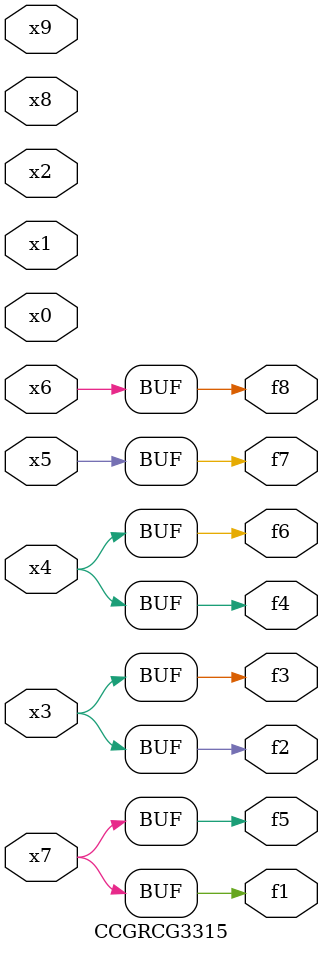
<source format=v>
module CCGRCG3315(
	input x0, x1, x2, x3, x4, x5, x6, x7, x8, x9,
	output f1, f2, f3, f4, f5, f6, f7, f8
);
	assign f1 = x7;
	assign f2 = x3;
	assign f3 = x3;
	assign f4 = x4;
	assign f5 = x7;
	assign f6 = x4;
	assign f7 = x5;
	assign f8 = x6;
endmodule

</source>
